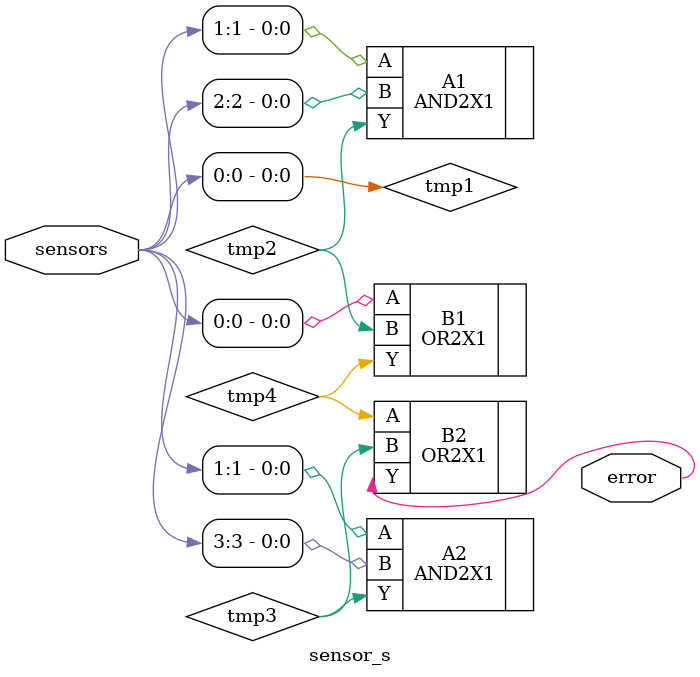
<source format=sv>

module sensor_s
(
    input wire [3:0] sensors,
    output wire error
);
    wire tmp1;
    wire tmp2;
    wire tmp3;
    wire tmp4;
    assign tmp1 = sensors[0];
    AND2X1 A1 (.Y(tmp2), .A(sensors[1]), .B(sensors[2]));
    AND2X1 A2 (.Y(tmp3), .A(sensors[1]), .B(sensors[3]));
    OR2X1 B1 (.Y(tmp4), .A(tmp1), .B(tmp2));
    OR2X1 B2 (.Y(error), .A(tmp4), .B(tmp3));
endmodule
</source>
